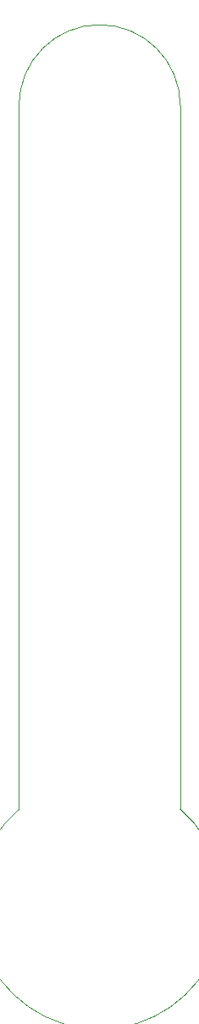
<source format=gbr>
%TF.GenerationSoftware,KiCad,Pcbnew,5.1.9*%
%TF.CreationDate,2021-04-30T20:41:33+02:00*%
%TF.ProjectId,AnalogThermometer,416e616c-6f67-4546-9865-726d6f6d6574,rev?*%
%TF.SameCoordinates,Original*%
%TF.FileFunction,Profile,NP*%
%FSLAX46Y46*%
G04 Gerber Fmt 4.6, Leading zero omitted, Abs format (unit mm)*
G04 Created by KiCad (PCBNEW 5.1.9) date 2021-04-30 20:41:33*
%MOMM*%
%LPD*%
G01*
G04 APERTURE LIST*
%TA.AperFunction,Profile*%
%ADD10C,0.050000*%
%TD*%
G04 APERTURE END LIST*
D10*
X24130000Y-28448000D02*
G75*
G02*
X40259000Y-28448000I8064500J0D01*
G01*
X40259000Y-98488500D02*
X40259000Y-28448000D01*
X24130000Y-98488500D02*
X24130000Y-28448000D01*
X40259000Y-98488500D02*
G75*
G02*
X24130000Y-98488500I-8064500J-9461500D01*
G01*
M02*

</source>
